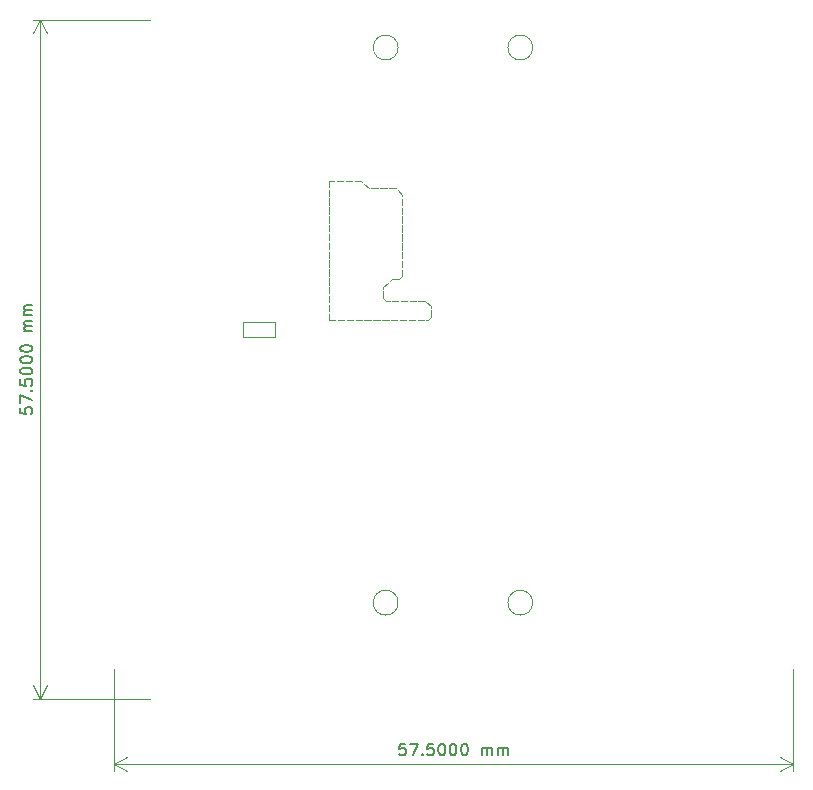
<source format=gbr>
%TF.GenerationSoftware,KiCad,Pcbnew,8.0.8+1*%
%TF.CreationDate,2025-01-27T22:00:13-08:00*%
%TF.ProjectId,pico-logic-analyzer,7069636f-2d6c-46f6-9769-632d616e616c,rev?*%
%TF.SameCoordinates,Original*%
%TF.FileFunction,OtherDrawing,Comment*%
%FSLAX46Y46*%
G04 Gerber Fmt 4.6, Leading zero omitted, Abs format (unit mm)*
G04 Created by KiCad (PCBNEW 8.0.8+1) date 2025-01-27 22:00:13*
%MOMM*%
%LPD*%
G01*
G04 APERTURE LIST*
%ADD10C,0.150000*%
%ADD11C,0.100000*%
%ADD12C,0.120000*%
%ADD13C,0.050000*%
G04 APERTURE END LIST*
D10*
X163654762Y-113304819D02*
X163178572Y-113304819D01*
X163178572Y-113304819D02*
X163130953Y-113781009D01*
X163130953Y-113781009D02*
X163178572Y-113733390D01*
X163178572Y-113733390D02*
X163273810Y-113685771D01*
X163273810Y-113685771D02*
X163511905Y-113685771D01*
X163511905Y-113685771D02*
X163607143Y-113733390D01*
X163607143Y-113733390D02*
X163654762Y-113781009D01*
X163654762Y-113781009D02*
X163702381Y-113876247D01*
X163702381Y-113876247D02*
X163702381Y-114114342D01*
X163702381Y-114114342D02*
X163654762Y-114209580D01*
X163654762Y-114209580D02*
X163607143Y-114257200D01*
X163607143Y-114257200D02*
X163511905Y-114304819D01*
X163511905Y-114304819D02*
X163273810Y-114304819D01*
X163273810Y-114304819D02*
X163178572Y-114257200D01*
X163178572Y-114257200D02*
X163130953Y-114209580D01*
X164035715Y-113304819D02*
X164702381Y-113304819D01*
X164702381Y-113304819D02*
X164273810Y-114304819D01*
X165083334Y-114209580D02*
X165130953Y-114257200D01*
X165130953Y-114257200D02*
X165083334Y-114304819D01*
X165083334Y-114304819D02*
X165035715Y-114257200D01*
X165035715Y-114257200D02*
X165083334Y-114209580D01*
X165083334Y-114209580D02*
X165083334Y-114304819D01*
X166035714Y-113304819D02*
X165559524Y-113304819D01*
X165559524Y-113304819D02*
X165511905Y-113781009D01*
X165511905Y-113781009D02*
X165559524Y-113733390D01*
X165559524Y-113733390D02*
X165654762Y-113685771D01*
X165654762Y-113685771D02*
X165892857Y-113685771D01*
X165892857Y-113685771D02*
X165988095Y-113733390D01*
X165988095Y-113733390D02*
X166035714Y-113781009D01*
X166035714Y-113781009D02*
X166083333Y-113876247D01*
X166083333Y-113876247D02*
X166083333Y-114114342D01*
X166083333Y-114114342D02*
X166035714Y-114209580D01*
X166035714Y-114209580D02*
X165988095Y-114257200D01*
X165988095Y-114257200D02*
X165892857Y-114304819D01*
X165892857Y-114304819D02*
X165654762Y-114304819D01*
X165654762Y-114304819D02*
X165559524Y-114257200D01*
X165559524Y-114257200D02*
X165511905Y-114209580D01*
X166702381Y-113304819D02*
X166797619Y-113304819D01*
X166797619Y-113304819D02*
X166892857Y-113352438D01*
X166892857Y-113352438D02*
X166940476Y-113400057D01*
X166940476Y-113400057D02*
X166988095Y-113495295D01*
X166988095Y-113495295D02*
X167035714Y-113685771D01*
X167035714Y-113685771D02*
X167035714Y-113923866D01*
X167035714Y-113923866D02*
X166988095Y-114114342D01*
X166988095Y-114114342D02*
X166940476Y-114209580D01*
X166940476Y-114209580D02*
X166892857Y-114257200D01*
X166892857Y-114257200D02*
X166797619Y-114304819D01*
X166797619Y-114304819D02*
X166702381Y-114304819D01*
X166702381Y-114304819D02*
X166607143Y-114257200D01*
X166607143Y-114257200D02*
X166559524Y-114209580D01*
X166559524Y-114209580D02*
X166511905Y-114114342D01*
X166511905Y-114114342D02*
X166464286Y-113923866D01*
X166464286Y-113923866D02*
X166464286Y-113685771D01*
X166464286Y-113685771D02*
X166511905Y-113495295D01*
X166511905Y-113495295D02*
X166559524Y-113400057D01*
X166559524Y-113400057D02*
X166607143Y-113352438D01*
X166607143Y-113352438D02*
X166702381Y-113304819D01*
X167654762Y-113304819D02*
X167750000Y-113304819D01*
X167750000Y-113304819D02*
X167845238Y-113352438D01*
X167845238Y-113352438D02*
X167892857Y-113400057D01*
X167892857Y-113400057D02*
X167940476Y-113495295D01*
X167940476Y-113495295D02*
X167988095Y-113685771D01*
X167988095Y-113685771D02*
X167988095Y-113923866D01*
X167988095Y-113923866D02*
X167940476Y-114114342D01*
X167940476Y-114114342D02*
X167892857Y-114209580D01*
X167892857Y-114209580D02*
X167845238Y-114257200D01*
X167845238Y-114257200D02*
X167750000Y-114304819D01*
X167750000Y-114304819D02*
X167654762Y-114304819D01*
X167654762Y-114304819D02*
X167559524Y-114257200D01*
X167559524Y-114257200D02*
X167511905Y-114209580D01*
X167511905Y-114209580D02*
X167464286Y-114114342D01*
X167464286Y-114114342D02*
X167416667Y-113923866D01*
X167416667Y-113923866D02*
X167416667Y-113685771D01*
X167416667Y-113685771D02*
X167464286Y-113495295D01*
X167464286Y-113495295D02*
X167511905Y-113400057D01*
X167511905Y-113400057D02*
X167559524Y-113352438D01*
X167559524Y-113352438D02*
X167654762Y-113304819D01*
X168607143Y-113304819D02*
X168702381Y-113304819D01*
X168702381Y-113304819D02*
X168797619Y-113352438D01*
X168797619Y-113352438D02*
X168845238Y-113400057D01*
X168845238Y-113400057D02*
X168892857Y-113495295D01*
X168892857Y-113495295D02*
X168940476Y-113685771D01*
X168940476Y-113685771D02*
X168940476Y-113923866D01*
X168940476Y-113923866D02*
X168892857Y-114114342D01*
X168892857Y-114114342D02*
X168845238Y-114209580D01*
X168845238Y-114209580D02*
X168797619Y-114257200D01*
X168797619Y-114257200D02*
X168702381Y-114304819D01*
X168702381Y-114304819D02*
X168607143Y-114304819D01*
X168607143Y-114304819D02*
X168511905Y-114257200D01*
X168511905Y-114257200D02*
X168464286Y-114209580D01*
X168464286Y-114209580D02*
X168416667Y-114114342D01*
X168416667Y-114114342D02*
X168369048Y-113923866D01*
X168369048Y-113923866D02*
X168369048Y-113685771D01*
X168369048Y-113685771D02*
X168416667Y-113495295D01*
X168416667Y-113495295D02*
X168464286Y-113400057D01*
X168464286Y-113400057D02*
X168511905Y-113352438D01*
X168511905Y-113352438D02*
X168607143Y-113304819D01*
X170130953Y-114304819D02*
X170130953Y-113638152D01*
X170130953Y-113733390D02*
X170178572Y-113685771D01*
X170178572Y-113685771D02*
X170273810Y-113638152D01*
X170273810Y-113638152D02*
X170416667Y-113638152D01*
X170416667Y-113638152D02*
X170511905Y-113685771D01*
X170511905Y-113685771D02*
X170559524Y-113781009D01*
X170559524Y-113781009D02*
X170559524Y-114304819D01*
X170559524Y-113781009D02*
X170607143Y-113685771D01*
X170607143Y-113685771D02*
X170702381Y-113638152D01*
X170702381Y-113638152D02*
X170845238Y-113638152D01*
X170845238Y-113638152D02*
X170940477Y-113685771D01*
X170940477Y-113685771D02*
X170988096Y-113781009D01*
X170988096Y-113781009D02*
X170988096Y-114304819D01*
X171464286Y-114304819D02*
X171464286Y-113638152D01*
X171464286Y-113733390D02*
X171511905Y-113685771D01*
X171511905Y-113685771D02*
X171607143Y-113638152D01*
X171607143Y-113638152D02*
X171750000Y-113638152D01*
X171750000Y-113638152D02*
X171845238Y-113685771D01*
X171845238Y-113685771D02*
X171892857Y-113781009D01*
X171892857Y-113781009D02*
X171892857Y-114304819D01*
X171892857Y-113781009D02*
X171940476Y-113685771D01*
X171940476Y-113685771D02*
X172035714Y-113638152D01*
X172035714Y-113638152D02*
X172178571Y-113638152D01*
X172178571Y-113638152D02*
X172273810Y-113685771D01*
X172273810Y-113685771D02*
X172321429Y-113781009D01*
X172321429Y-113781009D02*
X172321429Y-114304819D01*
D11*
X139000000Y-107000000D02*
X139000000Y-115586420D01*
X196500000Y-115586420D02*
X196500000Y-107000000D01*
X139000000Y-115000000D02*
X196500000Y-115000000D01*
X139000000Y-115000000D02*
X196500000Y-115000000D01*
X139000000Y-115000000D02*
X140126504Y-114413579D01*
X139000000Y-115000000D02*
X140126504Y-115586421D01*
X196500000Y-115000000D02*
X195373496Y-115586421D01*
X196500000Y-115000000D02*
X195373496Y-114413579D01*
D10*
X131054819Y-84845237D02*
X131054819Y-85321427D01*
X131054819Y-85321427D02*
X131531009Y-85369046D01*
X131531009Y-85369046D02*
X131483390Y-85321427D01*
X131483390Y-85321427D02*
X131435771Y-85226189D01*
X131435771Y-85226189D02*
X131435771Y-84988094D01*
X131435771Y-84988094D02*
X131483390Y-84892856D01*
X131483390Y-84892856D02*
X131531009Y-84845237D01*
X131531009Y-84845237D02*
X131626247Y-84797618D01*
X131626247Y-84797618D02*
X131864342Y-84797618D01*
X131864342Y-84797618D02*
X131959580Y-84845237D01*
X131959580Y-84845237D02*
X132007200Y-84892856D01*
X132007200Y-84892856D02*
X132054819Y-84988094D01*
X132054819Y-84988094D02*
X132054819Y-85226189D01*
X132054819Y-85226189D02*
X132007200Y-85321427D01*
X132007200Y-85321427D02*
X131959580Y-85369046D01*
X131054819Y-84464284D02*
X131054819Y-83797618D01*
X131054819Y-83797618D02*
X132054819Y-84226189D01*
X131959580Y-83416665D02*
X132007200Y-83369046D01*
X132007200Y-83369046D02*
X132054819Y-83416665D01*
X132054819Y-83416665D02*
X132007200Y-83464284D01*
X132007200Y-83464284D02*
X131959580Y-83416665D01*
X131959580Y-83416665D02*
X132054819Y-83416665D01*
X131054819Y-82464285D02*
X131054819Y-82940475D01*
X131054819Y-82940475D02*
X131531009Y-82988094D01*
X131531009Y-82988094D02*
X131483390Y-82940475D01*
X131483390Y-82940475D02*
X131435771Y-82845237D01*
X131435771Y-82845237D02*
X131435771Y-82607142D01*
X131435771Y-82607142D02*
X131483390Y-82511904D01*
X131483390Y-82511904D02*
X131531009Y-82464285D01*
X131531009Y-82464285D02*
X131626247Y-82416666D01*
X131626247Y-82416666D02*
X131864342Y-82416666D01*
X131864342Y-82416666D02*
X131959580Y-82464285D01*
X131959580Y-82464285D02*
X132007200Y-82511904D01*
X132007200Y-82511904D02*
X132054819Y-82607142D01*
X132054819Y-82607142D02*
X132054819Y-82845237D01*
X132054819Y-82845237D02*
X132007200Y-82940475D01*
X132007200Y-82940475D02*
X131959580Y-82988094D01*
X131054819Y-81797618D02*
X131054819Y-81702380D01*
X131054819Y-81702380D02*
X131102438Y-81607142D01*
X131102438Y-81607142D02*
X131150057Y-81559523D01*
X131150057Y-81559523D02*
X131245295Y-81511904D01*
X131245295Y-81511904D02*
X131435771Y-81464285D01*
X131435771Y-81464285D02*
X131673866Y-81464285D01*
X131673866Y-81464285D02*
X131864342Y-81511904D01*
X131864342Y-81511904D02*
X131959580Y-81559523D01*
X131959580Y-81559523D02*
X132007200Y-81607142D01*
X132007200Y-81607142D02*
X132054819Y-81702380D01*
X132054819Y-81702380D02*
X132054819Y-81797618D01*
X132054819Y-81797618D02*
X132007200Y-81892856D01*
X132007200Y-81892856D02*
X131959580Y-81940475D01*
X131959580Y-81940475D02*
X131864342Y-81988094D01*
X131864342Y-81988094D02*
X131673866Y-82035713D01*
X131673866Y-82035713D02*
X131435771Y-82035713D01*
X131435771Y-82035713D02*
X131245295Y-81988094D01*
X131245295Y-81988094D02*
X131150057Y-81940475D01*
X131150057Y-81940475D02*
X131102438Y-81892856D01*
X131102438Y-81892856D02*
X131054819Y-81797618D01*
X131054819Y-80845237D02*
X131054819Y-80749999D01*
X131054819Y-80749999D02*
X131102438Y-80654761D01*
X131102438Y-80654761D02*
X131150057Y-80607142D01*
X131150057Y-80607142D02*
X131245295Y-80559523D01*
X131245295Y-80559523D02*
X131435771Y-80511904D01*
X131435771Y-80511904D02*
X131673866Y-80511904D01*
X131673866Y-80511904D02*
X131864342Y-80559523D01*
X131864342Y-80559523D02*
X131959580Y-80607142D01*
X131959580Y-80607142D02*
X132007200Y-80654761D01*
X132007200Y-80654761D02*
X132054819Y-80749999D01*
X132054819Y-80749999D02*
X132054819Y-80845237D01*
X132054819Y-80845237D02*
X132007200Y-80940475D01*
X132007200Y-80940475D02*
X131959580Y-80988094D01*
X131959580Y-80988094D02*
X131864342Y-81035713D01*
X131864342Y-81035713D02*
X131673866Y-81083332D01*
X131673866Y-81083332D02*
X131435771Y-81083332D01*
X131435771Y-81083332D02*
X131245295Y-81035713D01*
X131245295Y-81035713D02*
X131150057Y-80988094D01*
X131150057Y-80988094D02*
X131102438Y-80940475D01*
X131102438Y-80940475D02*
X131054819Y-80845237D01*
X131054819Y-79892856D02*
X131054819Y-79797618D01*
X131054819Y-79797618D02*
X131102438Y-79702380D01*
X131102438Y-79702380D02*
X131150057Y-79654761D01*
X131150057Y-79654761D02*
X131245295Y-79607142D01*
X131245295Y-79607142D02*
X131435771Y-79559523D01*
X131435771Y-79559523D02*
X131673866Y-79559523D01*
X131673866Y-79559523D02*
X131864342Y-79607142D01*
X131864342Y-79607142D02*
X131959580Y-79654761D01*
X131959580Y-79654761D02*
X132007200Y-79702380D01*
X132007200Y-79702380D02*
X132054819Y-79797618D01*
X132054819Y-79797618D02*
X132054819Y-79892856D01*
X132054819Y-79892856D02*
X132007200Y-79988094D01*
X132007200Y-79988094D02*
X131959580Y-80035713D01*
X131959580Y-80035713D02*
X131864342Y-80083332D01*
X131864342Y-80083332D02*
X131673866Y-80130951D01*
X131673866Y-80130951D02*
X131435771Y-80130951D01*
X131435771Y-80130951D02*
X131245295Y-80083332D01*
X131245295Y-80083332D02*
X131150057Y-80035713D01*
X131150057Y-80035713D02*
X131102438Y-79988094D01*
X131102438Y-79988094D02*
X131054819Y-79892856D01*
X132054819Y-78369046D02*
X131388152Y-78369046D01*
X131483390Y-78369046D02*
X131435771Y-78321427D01*
X131435771Y-78321427D02*
X131388152Y-78226189D01*
X131388152Y-78226189D02*
X131388152Y-78083332D01*
X131388152Y-78083332D02*
X131435771Y-77988094D01*
X131435771Y-77988094D02*
X131531009Y-77940475D01*
X131531009Y-77940475D02*
X132054819Y-77940475D01*
X131531009Y-77940475D02*
X131435771Y-77892856D01*
X131435771Y-77892856D02*
X131388152Y-77797618D01*
X131388152Y-77797618D02*
X131388152Y-77654761D01*
X131388152Y-77654761D02*
X131435771Y-77559522D01*
X131435771Y-77559522D02*
X131531009Y-77511903D01*
X131531009Y-77511903D02*
X132054819Y-77511903D01*
X132054819Y-77035713D02*
X131388152Y-77035713D01*
X131483390Y-77035713D02*
X131435771Y-76988094D01*
X131435771Y-76988094D02*
X131388152Y-76892856D01*
X131388152Y-76892856D02*
X131388152Y-76749999D01*
X131388152Y-76749999D02*
X131435771Y-76654761D01*
X131435771Y-76654761D02*
X131531009Y-76607142D01*
X131531009Y-76607142D02*
X132054819Y-76607142D01*
X131531009Y-76607142D02*
X131435771Y-76559523D01*
X131435771Y-76559523D02*
X131388152Y-76464285D01*
X131388152Y-76464285D02*
X131388152Y-76321428D01*
X131388152Y-76321428D02*
X131435771Y-76226189D01*
X131435771Y-76226189D02*
X131531009Y-76178570D01*
X131531009Y-76178570D02*
X132054819Y-76178570D01*
D11*
X142000000Y-109500000D02*
X132163580Y-109500000D01*
X132163580Y-52000000D02*
X142000000Y-52000000D01*
X132750000Y-109500000D02*
X132750000Y-52000000D01*
X132750000Y-109500000D02*
X132750000Y-52000000D01*
X132750000Y-109500000D02*
X132163579Y-108373496D01*
X132750000Y-109500000D02*
X133336421Y-108373496D01*
X132750000Y-52000000D02*
X133336421Y-53126504D01*
X132750000Y-52000000D02*
X132163579Y-53126504D01*
%TO.C,SW1*%
D12*
X152600000Y-78900000D02*
X149900000Y-78900000D01*
X149900000Y-77600000D01*
X152600000Y-77600000D01*
X152600000Y-78900000D01*
%TO.C,A2*%
X163040000Y-54370000D02*
G75*
G02*
X160940000Y-54370000I-1050000J0D01*
G01*
X160940000Y-54370000D02*
G75*
G02*
X163040000Y-54370000I1050000J0D01*
G01*
X163040000Y-101370000D02*
G75*
G02*
X160940000Y-101370000I-1050000J0D01*
G01*
X160940000Y-101370000D02*
G75*
G02*
X163040000Y-101370000I1050000J0D01*
G01*
X174440000Y-54370000D02*
G75*
G02*
X172340000Y-54370000I-1050000J0D01*
G01*
X172340000Y-54370000D02*
G75*
G02*
X174440000Y-54370000I1050000J0D01*
G01*
X174440000Y-101370000D02*
G75*
G02*
X172340000Y-101370000I-1050000J0D01*
G01*
X172340000Y-101370000D02*
G75*
G02*
X174440000Y-101370000I1050000J0D01*
G01*
D13*
X157190000Y-77400000D02*
X157740000Y-77400000D01*
X157940000Y-77400000D02*
X158490000Y-77400000D01*
X158690000Y-77400000D02*
X159240000Y-77400000D01*
X159440000Y-77400000D02*
X159990000Y-77400000D01*
X160190000Y-77400000D02*
X160740000Y-77400000D01*
X160940000Y-77400000D02*
X161490000Y-77400000D01*
X161690000Y-77400000D02*
X162240000Y-77400000D01*
X162440000Y-77400000D02*
X162990000Y-77400000D01*
X163190000Y-77400000D02*
X163740000Y-77400000D01*
X163940000Y-77400000D02*
X164490000Y-77400000D01*
X164690000Y-77400000D02*
X165240000Y-77400000D01*
X165440000Y-77400000D02*
X165570000Y-77400000D01*
X165570000Y-77400000D02*
X165789999Y-77170000D01*
X165790000Y-77170000D02*
X165790000Y-76620000D01*
X165790000Y-76420000D02*
X165790000Y-76270000D01*
X165790000Y-76270000D02*
X165401091Y-75881091D01*
X165320000Y-75800000D02*
X164770000Y-75800000D01*
X164570000Y-75800000D02*
X164020000Y-75800000D01*
X163820000Y-75800000D02*
X163270000Y-75800000D01*
X163070000Y-75800000D02*
X162520000Y-75800000D01*
X162320000Y-75800000D02*
X162040000Y-75800000D01*
X162040000Y-75800000D02*
X161790000Y-75570000D01*
X161790000Y-75570000D02*
X161790000Y-75020000D01*
X161790000Y-74820000D02*
X161790000Y-74670000D01*
X161790000Y-74670000D02*
X162178909Y-74281091D01*
X162320330Y-74139670D02*
X162490000Y-73970000D01*
X162490000Y-73970000D02*
X163040000Y-73970000D01*
X163140000Y-73970000D02*
X163390000Y-73720000D01*
X163390000Y-73720000D02*
X163390000Y-73170000D01*
X163390000Y-72970000D02*
X163390000Y-72420000D01*
X163390000Y-72220000D02*
X163390000Y-71670000D01*
X163390000Y-71470000D02*
X163390000Y-70920000D01*
X163390000Y-70720000D02*
X163390000Y-70170000D01*
X163390000Y-69970000D02*
X163390000Y-69420000D01*
X163390000Y-69220000D02*
X163390000Y-68670000D01*
X163390000Y-68470000D02*
X163390000Y-67920000D01*
X163390000Y-67720000D02*
X163390000Y-67170000D01*
X163390000Y-66970000D02*
X163390000Y-66820000D01*
X163390000Y-66820000D02*
X163001091Y-66431091D01*
X162859670Y-66289670D02*
X162840000Y-66270000D01*
X162840000Y-66270000D02*
X162290000Y-66270000D01*
X162090000Y-66270000D02*
X161540000Y-66270000D01*
X161340000Y-66270000D02*
X160790000Y-66270000D01*
X160590000Y-66270000D02*
X160540000Y-66270000D01*
X160540000Y-66270000D02*
X160151091Y-65881091D01*
X160009670Y-65739670D02*
X159910000Y-65640000D01*
X159910000Y-65640000D02*
X159360000Y-65640000D01*
X159160000Y-65640000D02*
X158610000Y-65640000D01*
X158410000Y-65640000D02*
X157860000Y-65640000D01*
X157660000Y-65640000D02*
X157190000Y-65640000D01*
X157190000Y-65640000D02*
X157190000Y-66190000D01*
X157190000Y-66390000D02*
X157190000Y-66940000D01*
X157190000Y-67140000D02*
X157190000Y-67690000D01*
X157190000Y-67890000D02*
X157190000Y-68440000D01*
X157190000Y-68640000D02*
X157190000Y-69190000D01*
X157190000Y-69390000D02*
X157190000Y-69940000D01*
X157190000Y-70140000D02*
X157190000Y-70690000D01*
X157190000Y-70890000D02*
X157190000Y-71440000D01*
X157190000Y-71640000D02*
X157190000Y-72190000D01*
X157190000Y-72390000D02*
X157190000Y-72940000D01*
X157190000Y-73140000D02*
X157190000Y-73690000D01*
X157190000Y-73890000D02*
X157190000Y-74440000D01*
X157190000Y-74640000D02*
X157190000Y-75190000D01*
X157190000Y-75390000D02*
X157190000Y-75940000D01*
X157190000Y-76140000D02*
X157190000Y-76690000D01*
X157190000Y-76890000D02*
X157190000Y-77400000D01*
%TD*%
M02*

</source>
